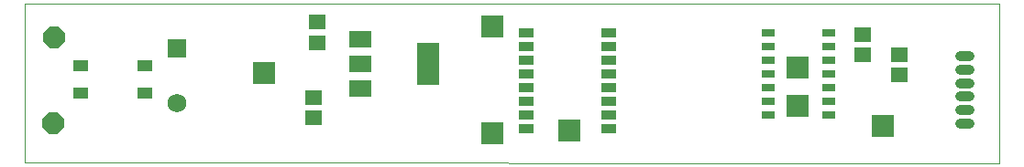
<source format=gbs>
G75*
G70*
%OFA0B0*%
%FSLAX24Y24*%
%IPPOS*%
%LPD*%
%AMOC8*
5,1,8,0,0,1.08239X$1,22.5*
%
%ADD10C,0.0000*%
%ADD11R,0.0540X0.0339*%
%ADD12R,0.0512X0.0276*%
%ADD13C,0.0357*%
%ADD14R,0.0552X0.0434*%
%ADD15R,0.0631X0.0552*%
%ADD16C,0.0690*%
%ADD17R,0.0690X0.0690*%
%ADD18R,0.0827X0.0631*%
%ADD19R,0.0827X0.1536*%
%ADD20OC8,0.0800*%
%ADD21R,0.0808X0.0808*%
D10*
X000254Y000496D02*
X000254Y006301D01*
X035707Y006286D01*
X035707Y000480D01*
X000254Y000496D01*
D11*
X018494Y001721D03*
X018494Y002221D03*
X018494Y002721D03*
X018494Y003221D03*
X018494Y003721D03*
X018494Y004221D03*
X018494Y004721D03*
X018494Y005221D03*
X021494Y005221D03*
X021494Y004721D03*
X021494Y004221D03*
X021494Y003721D03*
X021494Y003221D03*
X021494Y002721D03*
X021494Y002221D03*
X021494Y001721D03*
D12*
X027291Y002234D03*
X029496Y002234D03*
X029496Y002734D03*
X027291Y002734D03*
X027291Y003234D03*
X029496Y003234D03*
X029496Y003734D03*
X027291Y003734D03*
X027291Y004234D03*
X029496Y004234D03*
X029496Y004734D03*
X027291Y004734D03*
X027291Y005234D03*
X029496Y005234D03*
D13*
X034277Y004398D02*
X034594Y004398D01*
X034594Y003906D02*
X034277Y003906D01*
X034277Y003413D02*
X034594Y003413D01*
X034594Y002921D02*
X034277Y002921D01*
X034277Y002429D02*
X034594Y002429D01*
X034594Y001937D02*
X034277Y001937D01*
D14*
X004649Y003025D03*
X002287Y003025D03*
X002287Y004025D03*
X004649Y004025D03*
D15*
X010754Y002868D03*
X010754Y002120D03*
X010892Y004876D03*
X010892Y005624D03*
X030747Y005168D03*
X030747Y004420D03*
X032075Y004437D03*
X032075Y003689D03*
D16*
X005786Y002680D03*
D17*
X005786Y004680D03*
D18*
X012457Y005011D03*
X012457Y004106D03*
X012457Y003200D03*
D19*
X014937Y004106D03*
D20*
X001325Y005075D03*
X001293Y001932D03*
D21*
X008974Y003780D03*
X017274Y005480D03*
X028374Y003980D03*
X028374Y002580D03*
X031474Y001830D03*
X020074Y001680D03*
X017274Y001580D03*
M02*

</source>
